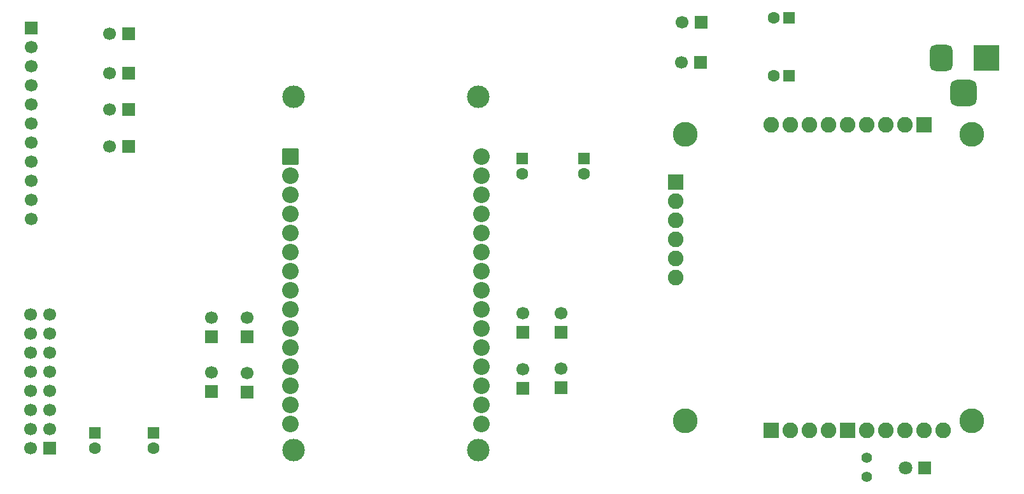
<source format=gbr>
%TF.GenerationSoftware,KiCad,Pcbnew,9.0.6*%
%TF.CreationDate,2026-02-04T00:25:10-06:00*%
%TF.ProjectId,pcblunarroverrfd900x modem,7063626c-756e-4617-9272-6f7665727266,rev?*%
%TF.SameCoordinates,Original*%
%TF.FileFunction,Soldermask,Top*%
%TF.FilePolarity,Negative*%
%FSLAX46Y46*%
G04 Gerber Fmt 4.6, Leading zero omitted, Abs format (unit mm)*
G04 Created by KiCad (PCBNEW 9.0.6) date 2026-02-04 00:25:10*
%MOMM*%
%LPD*%
G01*
G04 APERTURE LIST*
G04 Aperture macros list*
%AMRoundRect*
0 Rectangle with rounded corners*
0 $1 Rounding radius*
0 $2 $3 $4 $5 $6 $7 $8 $9 X,Y pos of 4 corners*
0 Add a 4 corners polygon primitive as box body*
4,1,4,$2,$3,$4,$5,$6,$7,$8,$9,$2,$3,0*
0 Add four circle primitives for the rounded corners*
1,1,$1+$1,$2,$3*
1,1,$1+$1,$4,$5*
1,1,$1+$1,$6,$7*
1,1,$1+$1,$8,$9*
0 Add four rect primitives between the rounded corners*
20,1,$1+$1,$2,$3,$4,$5,0*
20,1,$1+$1,$4,$5,$6,$7,0*
20,1,$1+$1,$6,$7,$8,$9,0*
20,1,$1+$1,$8,$9,$2,$3,0*%
G04 Aperture macros list end*
%ADD10C,1.400000*%
%ADD11R,1.700000X1.700000*%
%ADD12C,1.700000*%
%ADD13RoundRect,0.250000X-0.550000X0.550000X-0.550000X-0.550000X0.550000X-0.550000X0.550000X0.550000X0*%
%ADD14C,1.600000*%
%ADD15RoundRect,0.250000X0.550000X0.550000X-0.550000X0.550000X-0.550000X-0.550000X0.550000X-0.550000X0*%
%ADD16C,3.000000*%
%ADD17RoundRect,0.102000X-1.000000X-1.000000X1.000000X-1.000000X1.000000X1.000000X-1.000000X1.000000X0*%
%ADD18C,2.204000*%
%ADD19C,3.302000*%
%ADD20RoundRect,0.102000X-0.939800X-0.939800X0.939800X-0.939800X0.939800X0.939800X-0.939800X0.939800X0*%
%ADD21C,2.083600*%
%ADD22R,1.800000X1.800000*%
%ADD23C,1.800000*%
%ADD24R,3.500000X3.500000*%
%ADD25RoundRect,0.750000X-0.750000X-1.000000X0.750000X-1.000000X0.750000X1.000000X-0.750000X1.000000X0*%
%ADD26RoundRect,0.875000X-0.875000X-0.875000X0.875000X-0.875000X0.875000X0.875000X-0.875000X0.875000X0*%
G04 APERTURE END LIST*
D10*
%TO.C,1k*%
X186100000Y-99800000D03*
X186100000Y-102340000D03*
%TD*%
D11*
%TO.C,J14*%
X140400000Y-83125000D03*
D12*
X140400000Y-80585000D03*
%TD*%
D13*
%TO.C,10uF2*%
X140300000Y-60000000D03*
D14*
X140300000Y-62000000D03*
%TD*%
D11*
%TO.C,J10*%
X87980000Y-43400000D03*
D12*
X85440000Y-43400000D03*
%TD*%
D13*
%TO.C,1000uf1*%
X83500000Y-96500000D03*
D14*
X83500000Y-98500000D03*
%TD*%
D11*
%TO.C,J3*%
X99000000Y-83700000D03*
D12*
X99000000Y-81160000D03*
%TD*%
D11*
%TO.C,J4*%
X103700000Y-83700000D03*
D12*
X103700000Y-81160000D03*
%TD*%
D11*
%TO.C,J9*%
X87940000Y-48600000D03*
D12*
X85400000Y-48600000D03*
%TD*%
D15*
%TO.C,10uF1*%
X175750000Y-49000000D03*
D14*
X173750000Y-49000000D03*
%TD*%
D16*
%TO.C,U1*%
X109920000Y-51800000D03*
X109920000Y-98750000D03*
X134430000Y-51800000D03*
X134430000Y-98750000D03*
D17*
X109500000Y-59760000D03*
D18*
X109500000Y-62300000D03*
X109500000Y-64840000D03*
X109500000Y-67380000D03*
X109500000Y-69920000D03*
X109500000Y-72460000D03*
X109500000Y-75000000D03*
X109500000Y-77540000D03*
X109500000Y-80080000D03*
X109500000Y-82620000D03*
X109500000Y-85160000D03*
X109500000Y-87700000D03*
X109500000Y-90240000D03*
X109500000Y-92780000D03*
X109500000Y-95320000D03*
X134900000Y-95320000D03*
X134900000Y-92780000D03*
X134900000Y-90240000D03*
X134900000Y-87700000D03*
X134900000Y-85160000D03*
X134900000Y-82620000D03*
X134900000Y-80080000D03*
X134900000Y-77540000D03*
X134900000Y-75000000D03*
X134900000Y-72460000D03*
X134900000Y-69920000D03*
X134900000Y-67380000D03*
X134900000Y-64840000D03*
X134900000Y-62300000D03*
X134900000Y-59760000D03*
%TD*%
D19*
%TO.C,U2*%
X161950000Y-56770000D03*
X161950000Y-94870000D03*
X200050000Y-56770000D03*
X200050000Y-94870000D03*
D20*
X160680000Y-63120000D03*
D21*
X160680000Y-65660000D03*
X160680000Y-68200000D03*
X160680000Y-70740000D03*
X160680000Y-73280000D03*
X160680000Y-75820000D03*
D20*
X173380000Y-96140000D03*
D21*
X175920000Y-96140000D03*
X178460000Y-96140000D03*
X181000000Y-96140000D03*
D20*
X183540000Y-96140000D03*
D21*
X186080000Y-96140000D03*
X188620000Y-96140000D03*
X191160000Y-96140000D03*
X193700000Y-96140000D03*
X196240000Y-96140000D03*
D20*
X193700000Y-55500000D03*
D21*
X191160000Y-55500000D03*
X188620000Y-55500000D03*
X186080000Y-55500000D03*
X183540000Y-55500000D03*
X181000000Y-55500000D03*
X178460000Y-55500000D03*
X175920000Y-55500000D03*
X173380000Y-55500000D03*
%TD*%
D11*
%TO.C,J16*%
X140400000Y-90540000D03*
D12*
X140400000Y-88000000D03*
%TD*%
D11*
%TO.C,J13*%
X145500000Y-83100000D03*
D12*
X145500000Y-80560000D03*
%TD*%
D22*
%TO.C,D1*%
X193800000Y-101100000D03*
D23*
X191260000Y-101100000D03*
%TD*%
D15*
%TO.C,0.1uF3*%
X175750000Y-41250000D03*
D14*
X173750000Y-41250000D03*
%TD*%
D11*
%TO.C,J17*%
X145500000Y-90500000D03*
D12*
X145500000Y-87960000D03*
%TD*%
D11*
%TO.C,J5*%
X103700000Y-91040000D03*
D12*
X103700000Y-88500000D03*
%TD*%
D11*
%TO.C,J12*%
X164100000Y-41900000D03*
D12*
X161560000Y-41900000D03*
%TD*%
D11*
%TO.C,J18*%
X75000000Y-42640000D03*
D12*
X75000000Y-45180000D03*
X75000000Y-47720000D03*
X75000000Y-50260000D03*
X75000000Y-52800000D03*
X75000000Y-55340000D03*
X75000000Y-57880000D03*
X75000000Y-60420000D03*
X75000000Y-62960000D03*
X75000000Y-65500000D03*
X75000000Y-68040000D03*
%TD*%
D13*
%TO.C,0.1uF1*%
X91255112Y-96494888D03*
D14*
X91255112Y-98494888D03*
%TD*%
D13*
%TO.C,0.1uf2*%
X148500000Y-60000000D03*
D14*
X148500000Y-62000000D03*
%TD*%
D11*
%TO.C,J6*%
X99000000Y-91000000D03*
D12*
X99000000Y-88460000D03*
%TD*%
D11*
%TO.C,J8*%
X87940000Y-53500000D03*
D12*
X85400000Y-53500000D03*
%TD*%
D11*
%TO.C,J7*%
X87940000Y-58400000D03*
D12*
X85400000Y-58400000D03*
%TD*%
D11*
%TO.C,J11*%
X164000000Y-47200000D03*
D12*
X161460000Y-47200000D03*
%TD*%
D24*
%TO.C,J1*%
X202000000Y-46600000D03*
D25*
X196000000Y-46600000D03*
D26*
X199000000Y-51300000D03*
%TD*%
D11*
%TO.C,J2*%
X77500000Y-98540000D03*
D12*
X74960000Y-98540000D03*
X77500000Y-96000000D03*
X74960000Y-96000000D03*
X77500000Y-93460000D03*
X74960000Y-93460000D03*
X77500000Y-90920000D03*
X74960000Y-90920000D03*
X77500000Y-88380000D03*
X74960000Y-88380000D03*
X77500000Y-85840000D03*
X74960000Y-85840000D03*
X77500000Y-83300000D03*
X74960000Y-83300000D03*
X77500000Y-80760000D03*
X74960000Y-80760000D03*
%TD*%
M02*

</source>
